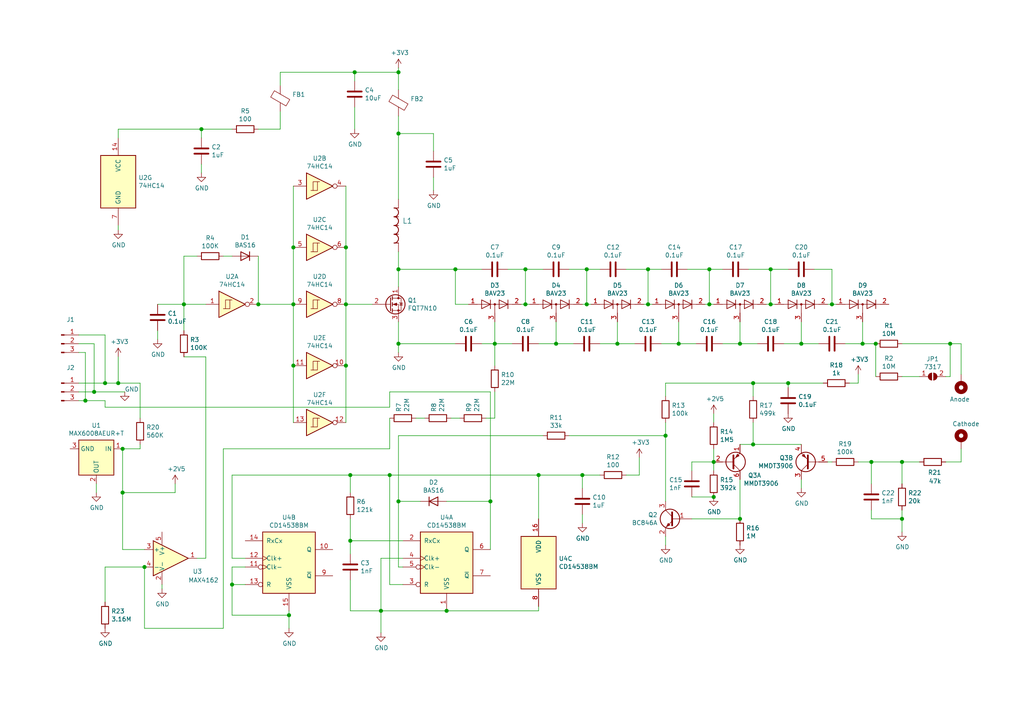
<source format=kicad_sch>
(kicad_sch (version 20201015) (generator eeschema)
  (paper "A4")
  (title_block (title "SafePulse") (date "2021-01-17") (rev "2.01") (company "SafeCast") (comment 1 "Double Sided Version"))
  (junction (at 24.765 116.205) (diameter 1.016))
  (junction (at 27.305 113.665) (diameter 1.016))
  (junction (at 30.48 111.125) (diameter 1.016))
  (junction (at 34.29 111.125) (diameter 1.016))
  (junction (at 35.56 130.175) (diameter 1.016))
  (junction (at 35.56 142.875) (diameter 1.016))
  (junction (at 41.91 164.465) (diameter 1.016))
  (junction (at 53.34 88.265) (diameter 1.016))
  (junction (at 58.42 37.465) (diameter 1.016))
  (junction (at 67.31 169.545) (diameter 1.016))
  (junction (at 74.93 88.265) (diameter 1.016))
  (junction (at 83.82 178.435) (diameter 1.016))
  (junction (at 85.09 71.755) (diameter 1.016))
  (junction (at 85.09 88.265) (diameter 1.016))
  (junction (at 85.09 106.045) (diameter 1.016))
  (junction (at 100.33 71.755) (diameter 1.016))
  (junction (at 100.33 88.265) (diameter 1.016))
  (junction (at 100.33 106.045) (diameter 1.016))
  (junction (at 101.6 137.795) (diameter 1.016))
  (junction (at 101.6 156.845) (diameter 1.016))
  (junction (at 102.87 20.955) (diameter 1.016))
  (junction (at 110.49 177.165) (diameter 1.016))
  (junction (at 113.03 137.795) (diameter 1.016))
  (junction (at 115.57 20.955) (diameter 1.016))
  (junction (at 115.57 38.735) (diameter 1.016))
  (junction (at 115.57 78.105) (diameter 1.016))
  (junction (at 115.57 99.695) (diameter 1.016))
  (junction (at 115.57 145.415) (diameter 1.016))
  (junction (at 129.54 177.165) (diameter 1.016))
  (junction (at 132.08 78.105) (diameter 1.016))
  (junction (at 142.24 145.415) (diameter 1.016))
  (junction (at 143.51 99.695) (diameter 1.016))
  (junction (at 152.4 78.105) (diameter 1.016))
  (junction (at 152.4 88.265) (diameter 1.016))
  (junction (at 156.21 137.795) (diameter 1.016))
  (junction (at 161.29 99.695) (diameter 1.016))
  (junction (at 168.91 137.795) (diameter 1.016))
  (junction (at 170.18 78.105) (diameter 1.016))
  (junction (at 170.18 88.265) (diameter 1.016))
  (junction (at 179.07 99.695) (diameter 1.016))
  (junction (at 187.96 78.105) (diameter 1.016))
  (junction (at 187.96 88.265) (diameter 1.016))
  (junction (at 193.04 126.365) (diameter 1.016))
  (junction (at 196.85 99.695) (diameter 1.016))
  (junction (at 205.74 78.105) (diameter 1.016))
  (junction (at 205.74 88.265) (diameter 1.016))
  (junction (at 207.01 133.985) (diameter 1.016))
  (junction (at 207.01 144.145) (diameter 1.016))
  (junction (at 214.63 99.695) (diameter 1.016))
  (junction (at 214.63 150.495) (diameter 1.016))
  (junction (at 218.44 111.125) (diameter 1.016))
  (junction (at 218.44 128.905) (diameter 1.016))
  (junction (at 223.52 78.105) (diameter 1.016))
  (junction (at 223.52 88.265) (diameter 1.016))
  (junction (at 228.6 111.125) (diameter 1.016))
  (junction (at 232.41 99.695) (diameter 1.016))
  (junction (at 241.3 88.265) (diameter 1.016))
  (junction (at 250.19 99.695) (diameter 1.016))
  (junction (at 252.73 133.985) (diameter 1.016))
  (junction (at 254 99.695) (diameter 1.016))
  (junction (at 261.62 133.985) (diameter 1.016))
  (junction (at 261.62 150.495) (diameter 1.016))
  (junction (at 275.59 99.695) (diameter 1.016))
  (wire (pts (xy 22.86 97.155) (xy 30.48 97.155)))
  (wire (pts (xy 22.86 99.695) (xy 27.305 99.695)))
  (wire (pts (xy 22.86 102.235) (xy 24.765 102.235)))
  (wire (pts (xy 22.86 111.125) (xy 30.48 111.125)))
  (wire (pts (xy 22.86 113.665) (xy 27.305 113.665)))
  (wire (pts (xy 22.86 116.205) (xy 24.765 116.205)))
  (wire (pts (xy 24.765 102.235) (xy 24.765 116.205)))
  (wire (pts (xy 24.765 116.205) (xy 30.48 116.205)))
  (wire (pts (xy 27.305 99.695) (xy 27.305 113.665)))
  (wire (pts (xy 27.305 113.665) (xy 36.195 113.665)))
  (wire (pts (xy 27.94 142.875) (xy 27.94 140.335)))
  (wire (pts (xy 30.48 97.155) (xy 30.48 111.125)))
  (wire (pts (xy 30.48 111.125) (xy 34.29 111.125)))
  (wire (pts (xy 30.48 118.11) (xy 30.48 116.205)))
  (wire (pts (xy 30.48 118.11) (xy 113.03 118.11)))
  (wire (pts (xy 30.48 164.465) (xy 30.48 174.625)))
  (wire (pts (xy 34.29 37.465) (xy 34.29 40.005)))
  (wire (pts (xy 34.29 65.405) (xy 34.29 66.675)))
  (wire (pts (xy 34.29 103.505) (xy 34.29 111.125)))
  (wire (pts (xy 34.29 111.125) (xy 40.64 111.125)))
  (wire (pts (xy 35.56 130.175) (xy 35.56 142.875)))
  (wire (pts (xy 35.56 142.875) (xy 35.56 159.385)))
  (wire (pts (xy 40.64 111.125) (xy 40.64 121.285)))
  (wire (pts (xy 40.64 128.905) (xy 40.64 130.175)))
  (wire (pts (xy 40.64 130.175) (xy 35.56 130.175)))
  (wire (pts (xy 41.91 159.385) (xy 35.56 159.385)))
  (wire (pts (xy 41.91 164.465) (xy 30.48 164.465)))
  (wire (pts (xy 41.91 182.245) (xy 41.91 164.465)))
  (wire (pts (xy 45.72 88.265) (xy 53.34 88.265)))
  (wire (pts (xy 45.72 95.885) (xy 45.72 98.425)))
  (wire (pts (xy 46.99 170.815) (xy 46.99 169.545)))
  (wire (pts (xy 50.8 140.335) (xy 50.8 142.875)))
  (wire (pts (xy 50.8 142.875) (xy 35.56 142.875)))
  (wire (pts (xy 53.34 74.295) (xy 53.34 88.265)))
  (wire (pts (xy 53.34 74.295) (xy 57.15 74.295)))
  (wire (pts (xy 53.34 88.265) (xy 53.34 95.885)))
  (wire (pts (xy 53.34 88.265) (xy 59.69 88.265)))
  (wire (pts (xy 57.15 161.925) (xy 59.69 161.925)))
  (wire (pts (xy 58.42 37.465) (xy 34.29 37.465)))
  (wire (pts (xy 58.42 40.005) (xy 58.42 37.465)))
  (wire (pts (xy 58.42 50.165) (xy 58.42 47.625)))
  (wire (pts (xy 59.69 103.505) (xy 53.34 103.505)))
  (wire (pts (xy 59.69 161.925) (xy 59.69 103.505)))
  (wire (pts (xy 64.77 74.295) (xy 67.31 74.295)))
  (wire (pts (xy 64.77 130.175) (xy 64.77 182.245)))
  (wire (pts (xy 64.77 130.175) (xy 113.03 130.175)))
  (wire (pts (xy 64.77 182.245) (xy 41.91 182.245)))
  (wire (pts (xy 67.31 37.465) (xy 58.42 37.465)))
  (wire (pts (xy 67.31 137.795) (xy 67.31 161.925)))
  (wire (pts (xy 67.31 161.925) (xy 71.12 161.925)))
  (wire (pts (xy 67.31 164.465) (xy 67.31 169.545)))
  (wire (pts (xy 67.31 169.545) (xy 67.31 178.435)))
  (wire (pts (xy 67.31 178.435) (xy 83.82 178.435)))
  (wire (pts (xy 71.12 164.465) (xy 67.31 164.465)))
  (wire (pts (xy 71.12 169.545) (xy 67.31 169.545)))
  (wire (pts (xy 74.93 37.465) (xy 81.28 37.465)))
  (wire (pts (xy 74.93 74.295) (xy 74.93 88.265)))
  (wire (pts (xy 74.93 88.265) (xy 85.09 88.265)))
  (wire (pts (xy 81.28 20.955) (xy 102.87 20.955)))
  (wire (pts (xy 81.28 24.765) (xy 81.28 20.955)))
  (wire (pts (xy 81.28 37.465) (xy 81.28 32.385)))
  (wire (pts (xy 83.82 178.435) (xy 83.82 177.165)))
  (wire (pts (xy 83.82 182.245) (xy 83.82 178.435)))
  (wire (pts (xy 85.09 53.975) (xy 85.09 71.755)))
  (wire (pts (xy 85.09 71.755) (xy 85.09 88.265)))
  (wire (pts (xy 85.09 88.265) (xy 85.09 106.045)))
  (wire (pts (xy 85.09 106.045) (xy 85.09 122.555)))
  (wire (pts (xy 100.33 53.975) (xy 100.33 71.755)))
  (wire (pts (xy 100.33 71.755) (xy 100.33 88.265)))
  (wire (pts (xy 100.33 88.265) (xy 100.33 106.045)))
  (wire (pts (xy 100.33 88.265) (xy 107.95 88.265)))
  (wire (pts (xy 100.33 106.045) (xy 100.33 122.555)))
  (wire (pts (xy 101.6 137.795) (xy 67.31 137.795)))
  (wire (pts (xy 101.6 142.875) (xy 101.6 137.795)))
  (wire (pts (xy 101.6 150.495) (xy 101.6 156.845)))
  (wire (pts (xy 101.6 156.845) (xy 101.6 160.655)))
  (wire (pts (xy 101.6 168.275) (xy 101.6 177.165)))
  (wire (pts (xy 101.6 177.165) (xy 110.49 177.165)))
  (wire (pts (xy 102.87 20.955) (xy 115.57 20.955)))
  (wire (pts (xy 102.87 23.495) (xy 102.87 20.955)))
  (wire (pts (xy 102.87 31.115) (xy 102.87 37.465)))
  (wire (pts (xy 110.49 161.925) (xy 110.49 177.165)))
  (wire (pts (xy 110.49 177.165) (xy 110.49 183.515)))
  (wire (pts (xy 110.49 177.165) (xy 129.54 177.165)))
  (wire (pts (xy 113.03 113.665) (xy 142.24 113.665)))
  (wire (pts (xy 113.03 118.11) (xy 113.03 113.665)))
  (wire (pts (xy 113.03 130.175) (xy 113.03 121.285)))
  (wire (pts (xy 113.03 137.795) (xy 101.6 137.795)))
  (wire (pts (xy 113.03 137.795) (xy 156.21 137.795)))
  (wire (pts (xy 113.03 169.545) (xy 113.03 137.795)))
  (wire (pts (xy 115.57 20.955) (xy 115.57 19.685)))
  (wire (pts (xy 115.57 26.035) (xy 115.57 20.955)))
  (wire (pts (xy 115.57 33.655) (xy 115.57 38.735)))
  (wire (pts (xy 115.57 38.735) (xy 115.57 57.785)))
  (wire (pts (xy 115.57 73.025) (xy 115.57 78.105)))
  (wire (pts (xy 115.57 78.105) (xy 132.08 78.105)))
  (wire (pts (xy 115.57 83.185) (xy 115.57 78.105)))
  (wire (pts (xy 115.57 93.345) (xy 115.57 99.695)))
  (wire (pts (xy 115.57 99.695) (xy 132.08 99.695)))
  (wire (pts (xy 115.57 102.235) (xy 115.57 99.695)))
  (wire (pts (xy 115.57 126.365) (xy 157.48 126.365)))
  (wire (pts (xy 115.57 145.415) (xy 115.57 126.365)))
  (wire (pts (xy 115.57 145.415) (xy 121.92 145.415)))
  (wire (pts (xy 115.57 164.465) (xy 115.57 145.415)))
  (wire (pts (xy 116.84 156.845) (xy 101.6 156.845)))
  (wire (pts (xy 116.84 161.925) (xy 110.49 161.925)))
  (wire (pts (xy 116.84 164.465) (xy 115.57 164.465)))
  (wire (pts (xy 116.84 169.545) (xy 113.03 169.545)))
  (wire (pts (xy 120.65 121.285) (xy 123.19 121.285)))
  (wire (pts (xy 125.73 38.735) (xy 115.57 38.735)))
  (wire (pts (xy 125.73 43.815) (xy 125.73 38.735)))
  (wire (pts (xy 125.73 55.245) (xy 125.73 51.435)))
  (wire (pts (xy 129.54 145.415) (xy 142.24 145.415)))
  (wire (pts (xy 129.54 177.165) (xy 156.21 177.165)))
  (wire (pts (xy 130.81 121.285) (xy 133.35 121.285)))
  (wire (pts (xy 132.08 78.105) (xy 132.08 88.265)))
  (wire (pts (xy 135.89 88.265) (xy 132.08 88.265)))
  (wire (pts (xy 139.7 78.105) (xy 132.08 78.105)))
  (wire (pts (xy 139.7 99.695) (xy 143.51 99.695)))
  (wire (pts (xy 140.97 121.285) (xy 143.51 121.285)))
  (wire (pts (xy 142.24 113.665) (xy 142.24 145.415)))
  (wire (pts (xy 142.24 145.415) (xy 142.24 159.385)))
  (wire (pts (xy 143.51 93.345) (xy 143.51 99.695)))
  (wire (pts (xy 143.51 99.695) (xy 148.59 99.695)))
  (wire (pts (xy 143.51 106.045) (xy 143.51 99.695)))
  (wire (pts (xy 143.51 113.665) (xy 143.51 121.285)))
  (wire (pts (xy 151.13 88.265) (xy 152.4 88.265)))
  (wire (pts (xy 152.4 78.105) (xy 147.32 78.105)))
  (wire (pts (xy 152.4 88.265) (xy 152.4 78.105)))
  (wire (pts (xy 152.4 88.265) (xy 153.67 88.265)))
  (wire (pts (xy 156.21 99.695) (xy 161.29 99.695)))
  (wire (pts (xy 156.21 137.795) (xy 168.91 137.795)))
  (wire (pts (xy 156.21 150.495) (xy 156.21 137.795)))
  (wire (pts (xy 156.21 177.165) (xy 156.21 175.895)))
  (wire (pts (xy 157.48 78.105) (xy 152.4 78.105)))
  (wire (pts (xy 161.29 93.345) (xy 161.29 99.695)))
  (wire (pts (xy 161.29 99.695) (xy 166.37 99.695)))
  (wire (pts (xy 165.1 78.105) (xy 170.18 78.105)))
  (wire (pts (xy 165.1 126.365) (xy 193.04 126.365)))
  (wire (pts (xy 168.91 88.265) (xy 170.18 88.265)))
  (wire (pts (xy 168.91 137.795) (xy 173.99 137.795)))
  (wire (pts (xy 168.91 141.605) (xy 168.91 137.795)))
  (wire (pts (xy 168.91 149.225) (xy 168.91 151.765)))
  (wire (pts (xy 170.18 78.105) (xy 173.99 78.105)))
  (wire (pts (xy 170.18 88.265) (xy 170.18 78.105)))
  (wire (pts (xy 170.18 88.265) (xy 171.45 88.265)))
  (wire (pts (xy 173.99 99.695) (xy 179.07 99.695)))
  (wire (pts (xy 179.07 93.345) (xy 179.07 99.695)))
  (wire (pts (xy 179.07 99.695) (xy 184.15 99.695)))
  (wire (pts (xy 181.61 78.105) (xy 187.96 78.105)))
  (wire (pts (xy 181.61 137.795) (xy 185.42 137.795)))
  (wire (pts (xy 185.42 137.795) (xy 185.42 132.715)))
  (wire (pts (xy 186.69 88.265) (xy 187.96 88.265)))
  (wire (pts (xy 187.96 78.105) (xy 191.77 78.105)))
  (wire (pts (xy 187.96 88.265) (xy 187.96 78.105)))
  (wire (pts (xy 187.96 88.265) (xy 189.23 88.265)))
  (wire (pts (xy 191.77 99.695) (xy 196.85 99.695)))
  (wire (pts (xy 193.04 111.125) (xy 193.04 114.935)))
  (wire (pts (xy 193.04 111.125) (xy 218.44 111.125)))
  (wire (pts (xy 193.04 122.555) (xy 193.04 126.365)))
  (wire (pts (xy 193.04 126.365) (xy 193.04 145.415)))
  (wire (pts (xy 193.04 158.115) (xy 193.04 155.575)))
  (wire (pts (xy 196.85 93.345) (xy 196.85 99.695)))
  (wire (pts (xy 196.85 99.695) (xy 201.93 99.695)))
  (wire (pts (xy 199.39 78.105) (xy 205.74 78.105)))
  (wire (pts (xy 200.66 133.985) (xy 207.01 133.985)))
  (wire (pts (xy 200.66 136.525) (xy 200.66 133.985)))
  (wire (pts (xy 200.66 144.145) (xy 207.01 144.145)))
  (wire (pts (xy 200.66 150.495) (xy 214.63 150.495)))
  (wire (pts (xy 204.47 88.265) (xy 205.74 88.265)))
  (wire (pts (xy 205.74 78.105) (xy 209.55 78.105)))
  (wire (pts (xy 205.74 88.265) (xy 205.74 78.105)))
  (wire (pts (xy 205.74 88.265) (xy 207.01 88.265)))
  (wire (pts (xy 207.01 120.015) (xy 207.01 122.555)))
  (wire (pts (xy 207.01 130.175) (xy 207.01 133.985)))
  (wire (pts (xy 207.01 133.985) (xy 207.01 136.525)))
  (wire (pts (xy 209.55 99.695) (xy 214.63 99.695)))
  (wire (pts (xy 214.63 93.345) (xy 214.63 99.695)))
  (wire (pts (xy 214.63 99.695) (xy 219.71 99.695)))
  (wire (pts (xy 214.63 128.905) (xy 218.44 128.905)))
  (wire (pts (xy 214.63 139.065) (xy 214.63 150.495)))
  (wire (pts (xy 217.17 78.105) (xy 223.52 78.105)))
  (wire (pts (xy 218.44 111.125) (xy 218.44 114.935)))
  (wire (pts (xy 218.44 111.125) (xy 228.6 111.125)))
  (wire (pts (xy 218.44 122.555) (xy 218.44 128.905)))
  (wire (pts (xy 218.44 128.905) (xy 232.41 128.905)))
  (wire (pts (xy 222.25 88.265) (xy 223.52 88.265)))
  (wire (pts (xy 223.52 78.105) (xy 228.6 78.105)))
  (wire (pts (xy 223.52 88.265) (xy 223.52 78.105)))
  (wire (pts (xy 223.52 88.265) (xy 224.79 88.265)))
  (wire (pts (xy 227.33 99.695) (xy 232.41 99.695)))
  (wire (pts (xy 228.6 111.125) (xy 228.6 112.395)))
  (wire (pts (xy 228.6 111.125) (xy 238.76 111.125)))
  (wire (pts (xy 232.41 93.345) (xy 232.41 99.695)))
  (wire (pts (xy 232.41 99.695) (xy 237.49 99.695)))
  (wire (pts (xy 232.41 141.605) (xy 232.41 139.065)))
  (wire (pts (xy 236.22 78.105) (xy 241.3 78.105)))
  (wire (pts (xy 240.03 88.265) (xy 241.3 88.265)))
  (wire (pts (xy 240.03 133.985) (xy 241.3 133.985)))
  (wire (pts (xy 241.3 78.105) (xy 241.3 88.265)))
  (wire (pts (xy 241.3 88.265) (xy 242.57 88.265)))
  (wire (pts (xy 245.11 99.695) (xy 250.19 99.695)))
  (wire (pts (xy 246.38 111.125) (xy 248.92 111.125)))
  (wire (pts (xy 248.92 111.125) (xy 248.92 108.585)))
  (wire (pts (xy 248.92 133.985) (xy 252.73 133.985)))
  (wire (pts (xy 250.19 93.345) (xy 250.19 99.695)))
  (wire (pts (xy 250.19 99.695) (xy 254 99.695)))
  (wire (pts (xy 252.73 133.985) (xy 252.73 140.335)))
  (wire (pts (xy 252.73 133.985) (xy 261.62 133.985)))
  (wire (pts (xy 252.73 147.955) (xy 252.73 150.495)))
  (wire (pts (xy 252.73 150.495) (xy 261.62 150.495)))
  (wire (pts (xy 254 109.22) (xy 254 99.695)))
  (wire (pts (xy 261.62 99.695) (xy 275.59 99.695)))
  (wire (pts (xy 261.62 109.22) (xy 266.7 109.22)))
  (wire (pts (xy 261.62 133.985) (xy 261.62 140.335)))
  (wire (pts (xy 261.62 133.985) (xy 266.7 133.985)))
  (wire (pts (xy 261.62 147.955) (xy 261.62 150.495)))
  (wire (pts (xy 261.62 150.495) (xy 261.62 154.305)))
  (wire (pts (xy 274.32 109.22) (xy 275.59 109.22)))
  (wire (pts (xy 274.32 133.985) (xy 278.765 133.985)))
  (wire (pts (xy 275.59 99.695) (xy 278.765 99.695)))
  (wire (pts (xy 275.59 109.22) (xy 275.59 99.695)))
  (wire (pts (xy 278.765 99.695) (xy 278.765 108.585)))
  (wire (pts (xy 278.765 133.985) (xy 278.765 130.175)))
  (symbol (lib_id "power:+3.3V") (at 34.29 103.505 0) (unit 1)
    (property "Reference" "#PWR04" (effects hide))
    (property "Value" "+3.3V" (at 34.671 99.1108 0))
  )
  (symbol (lib_id "power:+2V5") (at 50.8 140.335 0) (unit 1)
    (property "Reference" "#PWR08" (effects hide))
    (property "Value" "+2V5" (at 51.1683 136.0106 0))
  )
  (symbol (lib_id "power:+3.3V") (at 115.57 19.685 0) (unit 1)
    (property "Reference" "#PWR013" (effects hide))
    (property "Value" "+3.3V" (at 115.951 15.2908 0))
  )
  (symbol (lib_id "power:+3.3V") (at 185.42 132.715 0) (unit 1)
    (property "Reference" "#PWR017" (effects hide))
    (property "Value" "+3.3V" (at 185.801 128.3208 0))
  )
  (symbol (lib_id "power:+2V5") (at 207.01 120.015 0) (unit 1)
    (property "Reference" "#PWR019" (effects hide))
    (property "Value" "+2V5" (at 207.3783 115.6906 0))
  )
  (symbol (lib_id "power:+3V3") (at 248.92 108.585 0) (unit 1)
    (property "Reference" "#PWR024" (effects hide))
    (property "Value" "+3V3" (at 249.2883 104.2606 0))
  )
  (symbol (lib_id "power:GND") (at 27.94 142.875 0) (unit 1)
    (property "Reference" "#PWR01" (effects hide))
    (property "Value" "GND" (at 28.067 147.2692 0))
  )
  (symbol (lib_id "power:GND") (at 30.48 182.245 0) (unit 1)
    (property "Reference" "#PWR02" (effects hide))
    (property "Value" "GND" (at 30.607 186.6392 0))
  )
  (symbol (lib_id "power:GND") (at 34.29 66.675 0) (unit 1)
    (property "Reference" "#PWR03" (effects hide))
    (property "Value" "GND" (at 34.417 71.0692 0))
  )
  (symbol (lib_id "power:GND") (at 36.195 113.665 0) (unit 1)
    (property "Reference" "#PWR05" (effects hide))
    (property "Value" "GND" (at 38.2143 112.9094 0))
  )
  (symbol (lib_id "power:GND") (at 45.72 98.425 0) (unit 1)
    (property "Reference" "#PWR06" (effects hide))
    (property "Value" "GND" (at 45.847 102.8192 0))
  )
  (symbol (lib_id "power:GND") (at 46.99 170.815 0) (unit 1)
    (property "Reference" "#PWR07" (effects hide))
    (property "Value" "GND" (at 47.117 175.2092 0))
  )
  (symbol (lib_id "power:GND") (at 58.42 50.165 0) (unit 1)
    (property "Reference" "#PWR09" (effects hide))
    (property "Value" "GND" (at 58.547 54.5592 0))
  )
  (symbol (lib_id "power:GND") (at 83.82 182.245 0) (unit 1)
    (property "Reference" "#PWR010" (effects hide))
    (property "Value" "GND" (at 83.947 186.6392 0))
  )
  (symbol (lib_id "power:GND") (at 102.87 37.465 0) (unit 1)
    (property "Reference" "#PWR011" (effects hide))
    (property "Value" "GND" (at 102.997 41.8592 0))
  )
  (symbol (lib_id "power:GND") (at 110.49 183.515 0) (unit 1)
    (property "Reference" "#PWR012" (effects hide))
    (property "Value" "GND" (at 110.617 187.9092 0))
  )
  (symbol (lib_id "power:GND") (at 115.57 102.235 0) (unit 1)
    (property "Reference" "#PWR014" (effects hide))
    (property "Value" "GND" (at 115.697 106.6292 0))
  )
  (symbol (lib_id "power:GND") (at 125.73 55.245 0) (unit 1)
    (property "Reference" "#PWR015" (effects hide))
    (property "Value" "GND" (at 125.857 59.6392 0))
  )
  (symbol (lib_id "power:GND") (at 168.91 151.765 0) (unit 1)
    (property "Reference" "#PWR016" (effects hide))
    (property "Value" "GND" (at 169.037 156.1592 0))
  )
  (symbol (lib_id "power:GND") (at 193.04 158.115 0) (unit 1)
    (property "Reference" "#PWR018" (effects hide))
    (property "Value" "GND" (at 193.167 162.5092 0))
  )
  (symbol (lib_id "power:GND") (at 207.01 144.145 0) (unit 1)
    (property "Reference" "#PWR020" (effects hide))
    (property "Value" "GND" (at 207.1243 148.4694 0))
  )
  (symbol (lib_id "power:GND") (at 214.63 158.115 0) (unit 1)
    (property "Reference" "#PWR021" (effects hide))
    (property "Value" "GND" (at 214.7443 162.4394 0))
  )
  (symbol (lib_id "power:GND") (at 228.6 120.015 0) (unit 1)
    (property "Reference" "#PWR022" (effects hide))
    (property "Value" "GND" (at 228.7143 124.3394 0))
  )
  (symbol (lib_id "power:GND") (at 232.41 141.605 0) (unit 1)
    (property "Reference" "#PWR023" (effects hide))
    (property "Value" "GND" (at 232.537 145.9992 0))
  )
  (symbol (lib_id "power:GND") (at 261.62 154.305 0) (unit 1)
    (property "Reference" "#PWR025" (effects hide))
    (property "Value" "GND" (at 261.7343 158.6294 0))
  )
  (symbol (lib_id "Device:R") (at 30.48 178.435 0) (unit 1)
    (property "Reference" "R23" (at 32.258 177.267 0) (effects (justify left)))
    (property "Value" "3.16M" (at 32.258 179.578 0) (effects (justify left)))
    (property "Footprint" "Resistor_SMD:R_0805_2012Metric" (effects hide))
    (property "Datasheet" "https://www.digikey.com/en/products/detail/yageo/RC0805FR-073M16L/727809" (effects hide))
  )
  (symbol (lib_id "Device:R") (at 40.64 125.095 0) (unit 1)
    (property "Reference" "R20" (at 42.418 123.927 0) (effects (justify left)))
    (property "Value" "560K" (at 42.418 126.238 0) (effects (justify left)))
    (property "Footprint" "Resistor_SMD:R_0805_2012Metric" (effects hide))
    (property "Datasheet" "https://www.digikey.com/en/products/detail/yageo/RT0805FRE07560KL/1079317" (effects hide))
  )
  (symbol (lib_id "Device:R") (at 53.34 99.695 0) (unit 1)
    (property "Reference" "R3" (at 55.118 98.5266 0) (effects (justify left)))
    (property "Value" "100K" (at 55.118 100.838 0) (effects (justify left)))
    (property "Footprint" "Resistor_SMD:R_0805_2012Metric" (effects hide))
    (property "Datasheet" "https://www.digikey.com/en/products/detail/stackpole-electronics-inc/RMCF0805FT100K/1760712" (effects hide))
  )
  (symbol (lib_id "Device:R") (at 60.96 74.295 90) (unit 1)
    (property "Reference" "R4" (at 60.96 69.0372 90))
    (property "Value" "100K" (at 60.96 71.3486 90))
    (property "Footprint" "Resistor_SMD:R_0805_2012Metric" (effects hide))
    (property "Datasheet" "https://www.digikey.com/en/products/detail/stackpole-electronics-inc/RMCF0805FT100K/1760712" (effects hide))
  )
  (symbol (lib_id "Device:R") (at 71.12 37.465 90) (unit 1)
    (property "Reference" "R5" (at 71.12 32.2072 90))
    (property "Value" "100" (at 71.12 34.519 90))
    (property "Footprint" "Resistor_SMD:R_0805_2012Metric" (effects hide))
    (property "Datasheet" "https://www.digikey.com/en/products/detail/te-connectivity-passive-product/CRG0805F100R/2380830" (effects hide))
  )
  (symbol (lib_id "Device:R") (at 101.6 146.685 0) (unit 1)
    (property "Reference" "R6" (at 103.378 145.5166 0) (effects (justify left)))
    (property "Value" "121k" (at 103.378 147.828 0) (effects (justify left)))
    (property "Footprint" "Resistor_SMD:R_0805_2012Metric" (effects hide))
    (property "Datasheet" "https://www.digikey.com/en/products/detail/koa-speer-electronics-inc/RK73H2ATTD1213F/10235721" (effects hide))
  )
  (symbol (lib_id "Device:R") (at 116.84 121.285 90) (unit 1)
    (property "Reference" "R7" (at 115.6716 119.507 0) (effects (justify left)))
    (property "Value" "22M" (at 117.983 119.507 0) (effects (justify left)))
    (property "Footprint" "Resistor_SMD:R_0805_2012Metric" (effects hide))
    (property "Datasheet" "https://www.digikey.com/en/products/detail/stackpole-electronics-inc/RMCF0805FT22M0/6053747" (effects hide))
  )
  (symbol (lib_id "Device:R") (at 127 121.285 90) (unit 1)
    (property "Reference" "R8" (at 125.8316 119.507 0) (effects (justify left)))
    (property "Value" "22M" (at 128.143 119.507 0) (effects (justify left)))
    (property "Footprint" "Resistor_SMD:R_0805_2012Metric" (effects hide))
    (property "Datasheet" "https://www.digikey.com/en/products/detail/stackpole-electronics-inc/RMCF0805FT22M0/6053747" (effects hide))
  )
  (symbol (lib_id "Device:R") (at 137.16 121.285 90) (unit 1)
    (property "Reference" "R9" (at 135.9916 119.507 0) (effects (justify left)))
    (property "Value" "22M" (at 138.303 119.507 0) (effects (justify left)))
    (property "Footprint" "Resistor_SMD:R_0805_2012Metric" (effects hide))
    (property "Datasheet" "https://www.digikey.com/en/products/detail/stackpole-electronics-inc/RMCF0805FT22M0/6053747" (effects hide))
  )
  (symbol (lib_id "Device:R") (at 143.51 109.855 0) (unit 1)
    (property "Reference" "R10" (at 145.288 108.6866 0) (effects (justify left)))
    (property "Value" "22M" (at 145.288 110.998 0) (effects (justify left)))
    (property "Footprint" "Resistor_SMD:R_0805_2012Metric" (effects hide))
    (property "Datasheet" "https://www.digikey.com/en/products/detail/stackpole-electronics-inc/RMCF0805FT22M0/6053747" (effects hide))
  )
  (symbol (lib_id "Device:R") (at 161.29 126.365 90) (unit 1)
    (property "Reference" "R11" (at 161.29 121.1072 90))
    (property "Value" "33k" (at 161.29 123.4186 90))
    (property "Footprint" "Resistor_SMD:R_0805_2012Metric" (effects hide))
    (property "Datasheet" "https://www.digikey.com/en/products/detail/te-connectivity-passive-product/CRGCQ0805F33K/8576369" (effects hide))
  )
  (symbol (lib_id "Device:R") (at 177.8 137.795 270) (unit 1)
    (property "Reference" "R12" (at 177.8 132.5372 90))
    (property "Value" "100" (at 177.8 134.8486 90))
    (property "Footprint" "Resistor_SMD:R_0805_2012Metric" (effects hide))
    (property "Datasheet" "https://www.digikey.com/en/products/detail/te-connectivity-passive-product/CRG0805F100R/2380830" (effects hide))
  )
  (symbol (lib_id "Device:R") (at 193.04 118.745 0) (unit 1)
    (property "Reference" "R13" (at 194.8181 117.5956 0) (effects (justify left)))
    (property "Value" "100k" (at 194.818 119.894 0) (effects (justify left)))
    (property "Footprint" "Resistor_SMD:R_0805_2012Metric" (effects hide))
    (property "Datasheet" "https://www.digikey.com/en/products/detail/stackpole-electronics-inc/RMCF0805FT100K/1760712" (effects hide))
  )
  (symbol (lib_id "Device:R") (at 207.01 126.365 0) (unit 1)
    (property "Reference" "R14" (at 208.7881 125.2156 0) (effects (justify left)))
    (property "Value" "1M5" (at 208.788 127.514 0) (effects (justify left)))
    (property "Footprint" "Resistor_SMD:R_0805_2012Metric" (effects hide))
    (property "Datasheet" "https://www.digikey.com/en/products/detail/vishay-dale/CRCW08051M50FKEA/1176034" (effects hide))
  )
  (symbol (lib_id "Device:R") (at 207.01 140.335 0) (unit 1)
    (property "Reference" "R15" (at 208.7881 139.1856 0) (effects (justify left)))
    (property "Value" "392k" (at 208.788 141.484 0) (effects (justify left)))
    (property "Footprint" "Resistor_SMD:R_0805_2012Metric" (effects hide))
    (property "Datasheet" "https://www.digikey.com/en/products/detail/yageo/RC0805FR-07392KL/727905" (effects hide))
  )
  (symbol (lib_id "Device:R") (at 214.63 154.305 0) (unit 1)
    (property "Reference" "R16" (at 216.4081 153.1556 0) (effects (justify left)))
    (property "Value" "1M" (at 216.408 155.454 0) (effects (justify left)))
    (property "Footprint" "Resistor_SMD:R_0805_2012Metric" (effects hide))
    (property "Datasheet" "https://www.digikey.com/en/products/detail/yageo/RT0805FRE071ML/1079056" (effects hide))
  )
  (symbol (lib_id "Device:R") (at 218.44 118.745 0) (unit 1)
    (property "Reference" "R17" (at 220.2181 117.5956 0) (effects (justify left)))
    (property "Value" "499k" (at 220.218 119.894 0) (effects (justify left)))
    (property "Footprint" "Resistor_SMD:R_0805_2012Metric" (effects hide))
    (property "Datasheet" "https://www.digikey.com/en/products/detail/stackpole-electronics-inc/RMCF0805FT499K/1760301" (effects hide))
  )
  (symbol (lib_id "Device:R") (at 242.57 111.125 90) (unit 1)
    (property "Reference" "R18" (at 242.57 105.8988 90))
    (property "Value" "1k" (at 242.57 108.197 90))
    (property "Footprint" "Resistor_SMD:R_0805_2012Metric" (effects hide))
    (property "Datasheet" "https://www.digikey.com/en/products/detail/yageo/RT0805FRE071KL/1079055" (effects hide))
  )
  (symbol (lib_id "Device:R") (at 245.11 133.985 90) (unit 1)
    (property "Reference" "R19" (at 245.11 128.7588 90))
    (property "Value" "100k" (at 245.11 131.058 90))
    (property "Footprint" "Resistor_SMD:R_0805_2012Metric" (effects hide))
    (property "Datasheet" "https://www.digikey.com/en/products/detail/stackpole-electronics-inc/RMCF0805FT100K/1760712" (effects hide))
  )
  (symbol (lib_id "Device:R") (at 257.81 99.695 90) (unit 1)
    (property "Reference" "R1" (at 257.81 94.437 90))
    (property "Value" "10M" (at 257.81 96.749 90))
    (property "Footprint" "Resistor_SMD:R_1206_3216Metric" (effects hide))
    (property "Datasheet" "https://www.digikey.com/en/products/detail/yageo/RC1206FR-0710ML/728484" (effects hide))
  )
  (symbol (lib_id "Device:R") (at 257.81 109.22 90) (unit 1)
    (property "Reference" "R2" (at 257.81 103.962 90))
    (property "Value" "10M" (at 257.81 106.274 90))
    (property "Footprint" "Resistor_SMD:R_1206_3216Metric" (effects hide))
    (property "Datasheet" "https://www.digikey.com/en/products/detail/yageo/RC1206FR-0710ML/728484" (effects hide))
  )
  (symbol (lib_id "Device:R") (at 261.62 144.145 0) (unit 1)
    (property "Reference" "R22" (at 263.3981 142.9956 0) (effects (justify left)))
    (property "Value" "20k" (at 263.398 145.294 0) (effects (justify left)))
    (property "Footprint" "Resistor_SMD:R_0805_2012Metric" (effects hide))
    (property "Datasheet" "https://www.digikey.com/en/products/detail/panasonic-electronic-components/ERJ-6ENF2002V/111532" (effects hide))
  )
  (symbol (lib_id "Device:R") (at 270.51 133.985 270) (unit 1)
    (property "Reference" "R21" (at 269.1194 137.0331 90) (effects (justify left)))
    (property "Value" "47k" (at 269.361 139.573 90) (effects (justify left)))
    (property "Footprint" "Resistor_SMD:R_0805_2012Metric" (effects hide))
    (property "Datasheet" "https://www.digikey.com/en/products/detail/yageo/RC0805FR-0747KL/727973" (effects hide))
  )
  (symbol (lib_id "Jumper:SolderJumper_2_Open") (at 270.51 109.22 0) (unit 1)
    (property "Reference" "JP1" (at 270.51 104.1208 0))
    (property "Value" "7317" (at 270.51 106.42 0))
    (property "Footprint" "Jumper:SolderJumper-2_P1.3mm_Open_RoundedPad1.0x1.5mm" (effects hide))
  )
  (symbol (lib_id "Mechanical:MountingHole_Pad") (at 278.765 111.125 180) (unit 1)
    (property "Reference" "H2" (effects hide))
    (property "Value" "Anode" (at 281.305 115.818 0) (effects (justify left)))
    (property "Footprint" "TestPoint:TestPoint_Loop_D3.80mm_Drill2.0mm" (effects hide))
  )
  (symbol (lib_id "Mechanical:MountingHole_Pad") (at 278.765 127.635 0) (unit 1)
    (property "Reference" "H1" (effects hide))
    (property "Value" "Cathode" (at 276.225 122.942 0) (effects (justify left)))
    (property "Footprint" "TestPoint:TestPoint_Loop_D3.80mm_Drill2.0mm" (effects hide))
  )
  (symbol (lib_id "Diode:1N4148W") (at 71.12 74.295 180) (unit 1)
    (property "Reference" "D1" (at 71.12 68.7832 0))
    (property "Value" "BAS16" (at 71.12 71.095 0))
    (property "Footprint" "Diode_SMD:D_SOT-23_ANK" (effects hide))
    (property "Datasheet" "https://www.vishay.com/docs/85748/1n4148w.pdf" (effects hide))
  )
  (symbol (lib_id "Diode:1N4148W") (at 125.73 145.415 0) (unit 1)
    (property "Reference" "D2" (at 125.73 139.9032 0))
    (property "Value" "BAS16" (at 125.73 142.2146 0))
    (property "Footprint" "Diode_SMD:D_SOT-23_ANK" (effects hide))
    (property "Datasheet" "https://www.vishay.com/docs/85748/1n4148w.pdf" (effects hide))
  )
  (symbol (lib_id "2021-01-06_02-33-04:NRS6020T2R2NMGJ") (at 115.57 73.025 90) (unit 1)
    (property "Reference" "L1" (at 116.6876 64.0588 90) (effects (font (size 1.524 1.524)) (justify right)))
    (property "Value" "NRS6020T2R2NMGJ" (effects hide))
    (property "Footprint" "Inductor_SMD:L_Taiyo-Yuden_MD-4040" (effects hide))
    (property "Datasheet" "https://www.digikey.com/en/products/detail/taiyo-yuden/NRS6020T2R2NMGJ/2665967" (effects hide))
  )
  (symbol (lib_id "Device:C") (at 45.72 92.075 0) (unit 1)
    (property "Reference" "C1" (at 48.641 90.9066 0) (effects (justify left)))
    (property "Value" "0.1uF" (at 48.641 93.218 0) (effects (justify left)))
    (property "Footprint" "Capacitor_SMD:C_0805_2012Metric" (effects hide))
    (property "Datasheet" "https://www.digikey.com/en/products/detail/tdk-corporation/C2012X7T2E104K125AA/2733184" (effects hide))
  )
  (symbol (lib_id "Device:C") (at 58.42 43.815 0) (unit 1)
    (property "Reference" "C2" (at 61.341 42.6466 0) (effects (justify left)))
    (property "Value" "1uF" (at 61.341 44.958 0) (effects (justify left)))
    (property "Footprint" "Capacitor_SMD:C_0805_2012Metric" (effects hide))
    (property "Datasheet" "https://www.digikey.com/en/products/detail/samsung-electro-mechanics/CL21B105KOFNNNG/3894469" (effects hide))
  )
  (symbol (lib_id "Device:C") (at 101.6 164.465 0) (unit 1)
    (property "Reference" "C3" (at 104.521 163.2966 0) (effects (justify left)))
    (property "Value" "1nF" (at 104.521 165.608 0) (effects (justify left)))
    (property "Footprint" "Capacitor_SMD:C_0805_2012Metric" (effects hide))
    (property "Datasheet" "https://www.digikey.com/en/products/detail/tdk-corporation/C1005X7R1H102K050BA/513719" (effects hide))
  )
  (symbol (lib_id "Device:C") (at 102.87 27.305 0) (unit 1)
    (property "Reference" "C4" (at 105.791 26.1366 0) (effects (justify left)))
    (property "Value" "10uF" (at 105.791 28.448 0) (effects (justify left)))
    (property "Footprint" "Capacitor_SMD:C_1210_3225Metric" (effects hide))
    (property "Datasheet" "https://www.digikey.com/en/products/detail/taiyo-yuden/EMK325BJ106KN-T/930729" (effects hide))
  )
  (symbol (lib_id "Device:C") (at 125.73 47.625 0) (unit 1)
    (property "Reference" "C5" (at 128.651 46.4566 0) (effects (justify left)))
    (property "Value" "1uF" (at 128.651 48.768 0) (effects (justify left)))
    (property "Footprint" "Capacitor_SMD:C_0805_2012Metric" (effects hide))
    (property "Datasheet" "https://www.digikey.com/en/products/detail/samsung-electro-mechanics/CL21B105KOFNNNG/3894469" (effects hide))
  )
  (symbol (lib_id "Device:C") (at 135.89 99.695 90) (unit 1)
    (property "Reference" "C6" (at 135.89 93.2942 90))
    (property "Value" "0.1uF" (at 135.89 95.6056 90))
    (property "Footprint" "Capacitor_SMD:C_0805_2012Metric" (effects hide))
    (property "Datasheet" "https://www.digikey.com/en/products/detail/tdk-corporation/C2012X7T2E104K125AA/2733184" (effects hide))
  )
  (symbol (lib_id "Device:C") (at 143.51 78.105 90) (unit 1)
    (property "Reference" "C7" (at 143.51 71.7042 90))
    (property "Value" "0.1uF" (at 143.51 74.0156 90))
    (property "Footprint" "Capacitor_SMD:C_0805_2012Metric" (effects hide))
    (property "Datasheet" "https://www.digikey.com/en/products/detail/tdk-corporation/C2012X7T2E104K125AA/2733184" (effects hide))
  )
  (symbol (lib_id "Device:C") (at 152.4 99.695 90) (unit 1)
    (property "Reference" "C8" (at 152.4 93.2942 90))
    (property "Value" "0.1uF" (at 152.4 95.6056 90))
    (property "Footprint" "Capacitor_SMD:C_0805_2012Metric" (effects hide))
    (property "Datasheet" "https://www.digikey.com/en/products/detail/tdk-corporation/C2012X7T2E104K125AA/2733184" (effects hide))
  )
  (symbol (lib_id "Device:C") (at 161.29 78.105 90) (unit 1)
    (property "Reference" "C9" (at 161.29 71.7042 90))
    (property "Value" "0.1uF" (at 161.29 74.0156 90))
    (property "Footprint" "Capacitor_SMD:C_0805_2012Metric" (effects hide))
    (property "Datasheet" "https://www.digikey.com/en/products/detail/tdk-corporation/C2012X7T2E104K125AA/2733184" (effects hide))
  )
  (symbol (lib_id "Device:C") (at 168.91 145.415 0) (unit 1)
    (property "Reference" "C10" (at 171.831 144.2466 0) (effects (justify left)))
    (property "Value" "1uF" (at 171.831 146.558 0) (effects (justify left)))
    (property "Footprint" "Capacitor_SMD:C_0805_2012Metric" (effects hide))
    (property "Datasheet" "https://www.digikey.com/en/products/detail/samsung-electro-mechanics/CL21B105KOFNNNG/3894469" (effects hide))
  )
  (symbol (lib_id "Device:C") (at 170.18 99.695 90) (unit 1)
    (property "Reference" "C11" (at 170.18 93.2942 90))
    (property "Value" "0.1uF" (at 170.18 95.6056 90))
    (property "Footprint" "Capacitor_SMD:C_0805_2012Metric" (effects hide))
    (property "Datasheet" "https://www.digikey.com/en/products/detail/tdk-corporation/C2012X7T2E104K125AA/2733184" (effects hide))
  )
  (symbol (lib_id "Device:C") (at 177.8 78.105 90) (unit 1)
    (property "Reference" "C12" (at 177.8 71.7042 90))
    (property "Value" "0.1uF" (at 177.8 74.0156 90))
    (property "Footprint" "Capacitor_SMD:C_0805_2012Metric" (effects hide))
    (property "Datasheet" "https://www.digikey.com/en/products/detail/tdk-corporation/C2012X7T2E104K125AA/2733184" (effects hide))
  )
  (symbol (lib_id "Device:C") (at 187.96 99.695 90) (unit 1)
    (property "Reference" "C13" (at 187.96 93.2942 90))
    (property "Value" "0.1uF" (at 187.96 95.6056 90))
    (property "Footprint" "Capacitor_SMD:C_0805_2012Metric" (effects hide))
    (property "Datasheet" "https://www.digikey.com/en/products/detail/tdk-corporation/C2012X7T2E104K125AA/2733184" (effects hide))
  )
  (symbol (lib_id "Device:C") (at 195.58 78.105 90) (unit 1)
    (property "Reference" "C14" (at 195.58 71.7042 90))
    (property "Value" "0.1uF" (at 195.58 74.0156 90))
    (property "Footprint" "Capacitor_SMD:C_0805_2012Metric" (effects hide))
    (property "Datasheet" "https://www.digikey.com/en/products/detail/tdk-corporation/C2012X7T2E104K125AA/2733184" (effects hide))
  )
  (symbol (lib_id "Device:C") (at 200.66 140.335 0) (unit 1)
    (property "Reference" "C15" (at 194.0561 139.1856 0) (effects (justify left)))
    (property "Value" "1nF" (at 194.056 141.484 0) (effects (justify left)))
    (property "Footprint" "Capacitor_SMD:C_0805_2012Metric" (effects hide))
    (property "Datasheet" "https://www.digikey.com/en/products/detail/tdk-corporation/C1005X7R1H102K050BA/513719" (effects hide))
  )
  (symbol (lib_id "Device:C") (at 205.74 99.695 90) (unit 1)
    (property "Reference" "C16" (at 205.74 93.2942 90))
    (property "Value" "0.1uF" (at 205.74 95.6056 90))
    (property "Footprint" "Capacitor_SMD:C_0805_2012Metric" (effects hide))
    (property "Datasheet" "https://www.digikey.com/en/products/detail/tdk-corporation/C2012X7T2E104K125AA/2733184" (effects hide))
  )
  (symbol (lib_id "Device:C") (at 213.36 78.105 90) (unit 1)
    (property "Reference" "C17" (at 213.36 71.7042 90))
    (property "Value" "0.1uF" (at 213.36 74.0156 90))
    (property "Footprint" "Capacitor_SMD:C_0805_2012Metric" (effects hide))
    (property "Datasheet" "https://www.digikey.com/en/products/detail/tdk-corporation/C2012X7T2E104K125AA/2733184" (effects hide))
  )
  (symbol (lib_id "Device:C") (at 223.52 99.695 90) (unit 1)
    (property "Reference" "C18" (at 223.52 93.2942 90))
    (property "Value" "0.1uF" (at 223.52 95.6056 90))
    (property "Footprint" "Capacitor_SMD:C_0805_2012Metric" (effects hide))
    (property "Datasheet" "https://www.digikey.com/en/products/detail/tdk-corporation/C2012X7T2E104K125AA/2733184" (effects hide))
  )
  (symbol (lib_id "Device:C") (at 228.6 116.205 0) (unit 1)
    (property "Reference" "C19" (at 231.5211 115.0556 0) (effects (justify left)))
    (property "Value" "0.1uF" (at 231.521 117.354 0) (effects (justify left)))
    (property "Footprint" "Capacitor_SMD:C_0805_2012Metric" (effects hide))
    (property "Datasheet" "https://www.digikey.com/en/products/detail/tdk-corporation/C2012X7T2E104K125AA/2733184" (effects hide))
  )
  (symbol (lib_id "Device:C") (at 232.41 78.105 90) (unit 1)
    (property "Reference" "C20" (at 232.41 71.7042 90))
    (property "Value" "0.1uF" (at 232.41 74.0156 90))
    (property "Footprint" "Capacitor_SMD:C_0805_2012Metric" (effects hide))
    (property "Datasheet" "https://www.digikey.com/en/products/detail/tdk-corporation/C2012X7T2E104K125AA/2733184" (effects hide))
  )
  (symbol (lib_id "Device:C") (at 241.3 99.695 90) (unit 1)
    (property "Reference" "C21" (at 241.3 93.2942 90))
    (property "Value" "0.1uF" (at 241.3 95.6056 90))
    (property "Footprint" "Capacitor_SMD:C_0805_2012Metric" (effects hide))
    (property "Datasheet" "https://www.digikey.com/en/products/detail/tdk-corporation/C2012X7T2E104K125AA/2733184" (effects hide))
  )
  (symbol (lib_id "Device:C") (at 252.73 144.145 0) (unit 1)
    (property "Reference" "C22" (at 255.6511 142.9956 0) (effects (justify left)))
    (property "Value" "1nF" (at 255.651 145.294 0) (effects (justify left)))
    (property "Footprint" "Capacitor_SMD:C_0805_2012Metric" (effects hide))
    (property "Datasheet" "https://www.digikey.com/en/products/detail/tdk-corporation/C1005X7R1H102K050BA/513719" (effects hide))
  )
  (symbol (lib_id "Connector:Conn_01x03_Male") (at 17.78 99.695 0) (unit 1)
    (property "Reference" "J1" (at 20.472 92.691 0))
    (property "Value" "Conn_01x03_Male" (effects hide))
    (property "Footprint" "Connector_PinHeader_2.54mm:PinHeader_1x03_P2.54mm_Vertical" (effects hide))
  )
  (symbol (lib_id "Connector:Conn_01x03_Male") (at 17.78 113.665 0) (unit 1)
    (property "Reference" "J2" (at 20.472 106.661 0))
    (property "Value" "Conn_01x03_Male" (effects hide))
    (property "Footprint" "Connector_PinHeader_2.54mm:PinHeader_1x03_P2.54mm_Vertical" (effects hide))
  )
  (symbol (lib_id "Device:Ferrite_Bead") (at 81.28 28.575 0) (unit 1)
    (property "Reference" "FB1" (at 84.7598 27.4066 0) (effects (justify left)))
    (property "Value" "BKP2125HS221-T" (effects hide))
    (property "Footprint" "Resistor_SMD:R_0805_2012Metric" (effects hide))
    (property "Datasheet" "https://www.digikey.com/en/products/detail/taiyo-yuden/BKP2125HS221-T/957823" (effects hide))
  )
  (symbol (lib_id "Device:Ferrite_Bead") (at 115.57 29.845 0) (unit 1)
    (property "Reference" "FB2" (at 119.0498 28.6766 0) (effects (justify left)))
    (property "Value" "BKP2125HS221-T" (effects hide))
    (property "Footprint" "Resistor_SMD:R_0805_2012Metric" (effects hide))
    (property "Datasheet" "https://www.digikey.com/en/products/detail/taiyo-yuden/BKP2125HS221-T/957823" (effects hide))
  )
  (symbol (lib_id "Transistor_BJT:BC846") (at 195.58 150.495 0) (mirror y) (unit 1)
    (property "Reference" "Q2" (at 190.7286 149.3266 0) (effects (justify left)))
    (property "Value" "BC846A" (at 190.7286 151.638 0) (effects (justify left)))
    (property "Footprint" "Package_TO_SOT_SMD:SOT-23" (effects hide))
    (property "Datasheet" "https://www.digikey.com/en/products/detail/diodes-incorporated/BC846A-7-F/1934446" (effects hide))
  )
  (symbol (lib_id "Transistor_BJT:MMDT3906") (at 212.09 133.985 0) (mirror x) (unit 1)
    (property "Reference" "Q3" (at 216.9414 137.8966 0) (effects (justify left)))
    (property "Value" "MMDT3906" (at 215.6714 140.208 0) (effects (justify left)))
    (property "Footprint" "Package_TO_SOT_SMD:SOT-363_SC-70-6" (effects hide))
    (property "Datasheet" "https://www.digikey.com/en/products/detail/diodes-incorporated/MMDT3906-7-F/814540" (effects hide))
  )
  (symbol (lib_id "Transistor_BJT:MMDT3906") (at 234.95 133.985 180) (unit 2)
    (property "Reference" "Q3" (at 230.0986 132.8166 0) (effects (justify left)))
    (property "Value" "MMDT3906" (at 230.0986 135.128 0) (effects (justify left)))
    (property "Footprint" "Package_TO_SOT_SMD:SOT-363_SC-70-6" (effects hide))
    (property "Datasheet" "https://www.digikey.com/en/products/detail/diodes-incorporated/MMDT3906-7-F/814540" (effects hide))
  )
  (symbol (lib_id "Diode:BAV99") (at 143.51 88.265 0) (unit 1)
    (property "Reference" "D3" (at 143.51 82.7786 0))
    (property "Value" "BAV23" (at 143.51 85.09 0))
    (property "Footprint" "Package_TO_SOT_SMD:SOT-23" (effects hide))
    (property "Datasheet" "https://www.digikey.com/en/products/detail/tdk-corporation/C2012X7T2E104K125AA/2733184" (effects hide))
  )
  (symbol (lib_id "Diode:BAV99") (at 161.29 88.265 0) (unit 1)
    (property "Reference" "D4" (at 161.29 82.7786 0))
    (property "Value" "BAV23" (at 161.29 85.09 0))
    (property "Footprint" "Package_TO_SOT_SMD:SOT-23" (effects hide))
    (property "Datasheet" "https://www.digikey.com/en/products/detail/tdk-corporation/C2012X7T2E104K125AA/2733184" (effects hide))
  )
  (symbol (lib_id "Diode:BAV99") (at 179.07 88.265 0) (unit 1)
    (property "Reference" "D5" (at 179.07 82.7786 0))
    (property "Value" "BAV23" (at 179.07 85.09 0))
    (property "Footprint" "Package_TO_SOT_SMD:SOT-23" (effects hide))
    (property "Datasheet" "https://www.digikey.com/en/products/detail/tdk-corporation/C2012X7T2E104K125AA/2733184" (effects hide))
  )
  (symbol (lib_id "Diode:BAV99") (at 196.85 88.265 0) (unit 1)
    (property "Reference" "D6" (at 196.85 82.7786 0))
    (property "Value" "BAV23" (at 196.85 85.09 0))
    (property "Footprint" "Package_TO_SOT_SMD:SOT-23" (effects hide))
    (property "Datasheet" "https://www.digikey.com/en/products/detail/tdk-corporation/C2012X7T2E104K125AA/2733184" (effects hide))
  )
  (symbol (lib_id "Diode:BAV99") (at 214.63 88.265 0) (unit 1)
    (property "Reference" "D7" (at 214.63 82.7786 0))
    (property "Value" "BAV23" (at 214.63 85.09 0))
    (property "Footprint" "Package_TO_SOT_SMD:SOT-23" (effects hide))
    (property "Datasheet" "https://www.digikey.com/en/products/detail/tdk-corporation/C2012X7T2E104K125AA/2733184" (effects hide))
  )
  (symbol (lib_id "Diode:BAV99") (at 232.41 88.265 0) (unit 1)
    (property "Reference" "D8" (at 232.41 82.7786 0))
    (property "Value" "BAV23" (at 232.41 85.09 0))
    (property "Footprint" "Package_TO_SOT_SMD:SOT-23" (effects hide))
    (property "Datasheet" "https://www.digikey.com/en/products/detail/tdk-corporation/C2012X7T2E104K125AA/2733184" (effects hide))
  )
  (symbol (lib_id "Diode:BAV99") (at 250.19 88.265 0) (unit 1)
    (property "Reference" "D9" (at 250.19 82.7786 0))
    (property "Value" "BAV23" (at 250.19 85.09 0))
    (property "Footprint" "Package_TO_SOT_SMD:SOT-23" (effects hide))
    (property "Datasheet" "https://www.digikey.com/en/products/detail/tdk-corporation/C2012X7T2E104K125AA/2733184" (effects hide))
  )
  (symbol (lib_id "Transistor_FET:IRF6655") (at 113.03 88.265 0) (unit 1)
    (property "Reference" "Q1" (at 118.237 87.116 0) (effects (justify left)))
    (property "Value" "FQT7N10" (at 118.237 89.414 0) (effects (justify left)))
    (property "Footprint" "Package_TO_SOT_SMD:SOT-223-3_TabPin2" (effects hide))
    (property "Datasheet" "https://www.digikey.com/en/products/detail/on-semiconductor/FQT7N10LTF/965354" (effects hide))
  )
  (symbol (lib_id "74xx:74HC14") (at 67.31 88.265 0) (unit 1)
    (property "Reference" "U2" (at 67.31 80.2132 0))
    (property "Value" "74HC14" (at 67.31 82.5246 0))
    (property "Footprint" "Package_SO:SOIC-14_3.9x8.7mm_P1.27mm" (effects hide))
    (property "Datasheet" "https://www.digikey.com/en/products/detail/texas-instruments/CD74HC14M96/390309" (effects hide))
  )
  (symbol (lib_id "74xx:74HC14") (at 92.71 53.975 0) (unit 2)
    (property "Reference" "U2" (at 92.71 45.9232 0))
    (property "Value" "74HC14" (at 92.71 48.2346 0))
    (property "Footprint" "Package_SO:SOIC-14_3.9x8.7mm_P1.27mm" (effects hide))
    (property "Datasheet" "https://www.digikey.com/en/products/detail/texas-instruments/CD74HC14M96/390309" (effects hide))
  )
  (symbol (lib_id "74xx:74HC14") (at 92.71 71.755 0) (unit 3)
    (property "Reference" "U2" (at 92.71 63.7032 0))
    (property "Value" "74HC14" (at 92.71 66.0146 0))
    (property "Footprint" "Package_SO:SOIC-14_3.9x8.7mm_P1.27mm" (effects hide))
    (property "Datasheet" "https://www.digikey.com/en/products/detail/texas-instruments/CD74HC14M96/390309" (effects hide))
  )
  (symbol (lib_id "74xx:74HC14") (at 92.71 88.265 0) (unit 4)
    (property "Reference" "U2" (at 92.71 80.2132 0))
    (property "Value" "74HC14" (at 92.71 82.5246 0))
    (property "Footprint" "Package_SO:SOIC-14_3.9x8.7mm_P1.27mm" (effects hide))
    (property "Datasheet" "https://www.digikey.com/en/products/detail/texas-instruments/CD74HC14M96/390309" (effects hide))
  )
  (symbol (lib_id "74xx:74HC14") (at 92.71 106.045 0) (unit 5)
    (property "Reference" "U2" (at 92.71 97.9932 0))
    (property "Value" "74HC14" (at 92.71 100.3046 0))
    (property "Footprint" "Package_SO:SOIC-14_3.9x8.7mm_P1.27mm" (effects hide))
    (property "Datasheet" "https://www.digikey.com/en/products/detail/texas-instruments/CD74HC14M96/390309" (effects hide))
  )
  (symbol (lib_id "74xx:74HC14") (at 92.71 122.555 0) (unit 6)
    (property "Reference" "U2" (at 92.71 114.5032 0))
    (property "Value" "74HC14" (at 92.71 116.8146 0))
    (property "Footprint" "Package_SO:SOIC-14_3.9x8.7mm_P1.27mm" (effects hide))
    (property "Datasheet" "https://www.digikey.com/en/products/detail/texas-instruments/CD74HC14M96/390309" (effects hide))
  )
  (symbol (lib_id "Reference_Voltage:MAX6035xxUR30") (at 27.94 132.715 270) (unit 1)
    (property "Reference" "U1" (at 27.94 123.3932 90))
    (property "Value" "MAX6008AEUR+T" (at 27.94 125.7046 90))
    (property "Footprint" "Package_TO_SOT_SMD:SOT-23" (effects hide))
    (property "Datasheet" "https://www.digikey.com/en/products/detail/maxim-integrated/MAX6008AEUR-T/1519060" (effects hide))
  )
  (symbol (lib_id "Amplifier_Operational:TLV2371DBV") (at 49.53 161.925 0) (unit 1)
    (property "Reference" "U3" (at 55.88 165.735 0) (effects (justify left)))
    (property "Value" "MAX4162" (at 54.61 168.275 0) (effects (justify left)))
    (property "Footprint" "Package_TO_SOT_SMD:SOT-23-5" (effects hide))
    (property "Datasheet" "http://www.ti.com/lit/ds/symlink/tlv2375.pdf" (effects hide))
  )
  (symbol (lib_id "74xx:74HC14") (at 34.29 52.705 0) (unit 7)
    (property "Reference" "U2" (at 40.132 51.5366 0) (effects (justify left)))
    (property "Value" "74HC14" (at 40.132 53.848 0) (effects (justify left)))
    (property "Footprint" "Package_SO:SOIC-14_3.9x8.7mm_P1.27mm" (effects hide))
    (property "Datasheet" "https://www.digikey.com/en/products/detail/texas-instruments/CD74HC14M96/390309" (effects hide))
  )
  (symbol (lib_id "4xxx:4538") (at 156.21 163.195 0) (unit 3)
    (property "Reference" "U4" (at 162.052 162.0266 0) (effects (justify left)))
    (property "Value" "CD14538BM" (at 162.052 164.338 0) (effects (justify left)))
    (property "Footprint" "Package_SO:SOIC-16_3.9x9.9mm_P1.27mm" (effects hide))
    (property "Datasheet" "https://assets.nexperia.com/documents/data-sheet/HEF4538B.pdf" (effects hide))
  )
  (symbol (lib_id "4xxx:4538") (at 83.82 161.925 0) (unit 2)
    (property "Reference" "U4" (at 83.82 150.0632 0))
    (property "Value" "CD14538BM" (at 83.82 152.3746 0))
    (property "Footprint" "Package_SO:SOIC-16_3.9x9.9mm_P1.27mm" (effects hide))
    (property "Datasheet" "https://assets.nexperia.com/documents/data-sheet/HEF4538B.pdf" (effects hide))
  )
  (symbol (lib_id "4xxx:4538") (at 129.54 161.925 0) (unit 1)
    (property "Reference" "U4" (at 129.54 150.0632 0))
    (property "Value" "CD14538BM" (at 129.54 152.3746 0))
    (property "Footprint" "Package_SO:SOIC-16_3.9x9.9mm_P1.27mm" (effects hide))
    (property "Datasheet" "https://assets.nexperia.com/documents/data-sheet/HEF4538B.pdf" (effects hide))
  )
)
</source>
